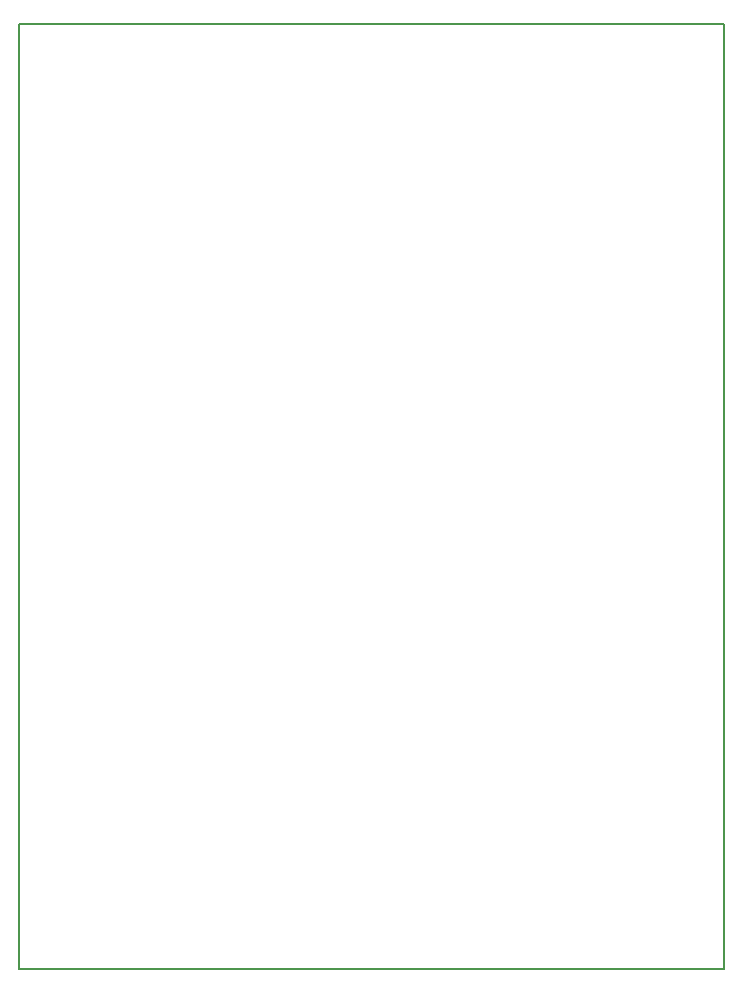
<source format=gbr>
G04 #@! TF.FileFunction,Profile,NP*
%FSLAX46Y46*%
G04 Gerber Fmt 4.6, Leading zero omitted, Abs format (unit mm)*
G04 Created by KiCad (PCBNEW 4.0.2+dfsg1-stable) date mer. 16 août 2017 22:41:30 CEST*
%MOMM*%
G01*
G04 APERTURE LIST*
%ADD10C,0.100000*%
%ADD11C,0.150000*%
G04 APERTURE END LIST*
D10*
D11*
X240030000Y-62230000D02*
X240030000Y-142240000D01*
X180340000Y-62230000D02*
X240030000Y-62230000D01*
X180340000Y-142240000D02*
X180340000Y-62230000D01*
X240030000Y-142240000D02*
X180340000Y-142240000D01*
M02*

</source>
